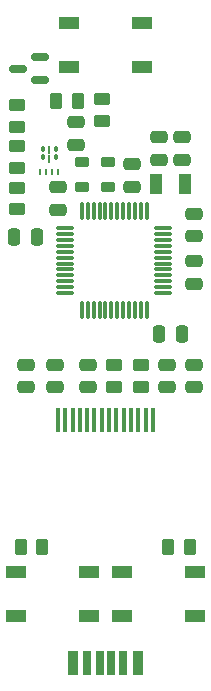
<source format=gbr>
%TF.GenerationSoftware,KiCad,Pcbnew,8.0.6*%
%TF.CreationDate,2025-01-15T19:29:55+01:00*%
%TF.ProjectId,boxmod,626f786d-6f64-42e6-9b69-6361645f7063,rev?*%
%TF.SameCoordinates,Original*%
%TF.FileFunction,Paste,Top*%
%TF.FilePolarity,Positive*%
%FSLAX46Y46*%
G04 Gerber Fmt 4.6, Leading zero omitted, Abs format (unit mm)*
G04 Created by KiCad (PCBNEW 8.0.6) date 2025-01-15 19:29:55*
%MOMM*%
%LPD*%
G01*
G04 APERTURE LIST*
G04 Aperture macros list*
%AMRoundRect*
0 Rectangle with rounded corners*
0 $1 Rounding radius*
0 $2 $3 $4 $5 $6 $7 $8 $9 X,Y pos of 4 corners*
0 Add a 4 corners polygon primitive as box body*
4,1,4,$2,$3,$4,$5,$6,$7,$8,$9,$2,$3,0*
0 Add four circle primitives for the rounded corners*
1,1,$1+$1,$2,$3*
1,1,$1+$1,$4,$5*
1,1,$1+$1,$6,$7*
1,1,$1+$1,$8,$9*
0 Add four rect primitives between the rounded corners*
20,1,$1+$1,$2,$3,$4,$5,0*
20,1,$1+$1,$4,$5,$6,$7,0*
20,1,$1+$1,$6,$7,$8,$9,0*
20,1,$1+$1,$8,$9,$2,$3,0*%
G04 Aperture macros list end*
%ADD10R,0.320000X2.000000*%
%ADD11RoundRect,0.250000X-0.450000X0.262500X-0.450000X-0.262500X0.450000X-0.262500X0.450000X0.262500X0*%
%ADD12RoundRect,0.218750X0.381250X-0.218750X0.381250X0.218750X-0.381250X0.218750X-0.381250X-0.218750X0*%
%ADD13RoundRect,0.250000X0.475000X-0.250000X0.475000X0.250000X-0.475000X0.250000X-0.475000X-0.250000X0*%
%ADD14RoundRect,0.250000X0.250000X0.475000X-0.250000X0.475000X-0.250000X-0.475000X0.250000X-0.475000X0*%
%ADD15RoundRect,0.250000X0.450000X-0.262500X0.450000X0.262500X-0.450000X0.262500X-0.450000X-0.262500X0*%
%ADD16RoundRect,0.150000X0.587500X0.150000X-0.587500X0.150000X-0.587500X-0.150000X0.587500X-0.150000X0*%
%ADD17RoundRect,0.250000X0.262500X0.450000X-0.262500X0.450000X-0.262500X-0.450000X0.262500X-0.450000X0*%
%ADD18RoundRect,0.250000X-0.475000X0.250000X-0.475000X-0.250000X0.475000X-0.250000X0.475000X0.250000X0*%
%ADD19RoundRect,0.087500X-0.087500X0.150000X-0.087500X-0.150000X0.087500X-0.150000X0.087500X0.150000X0*%
%ADD20RoundRect,0.050000X-0.050000X0.262500X-0.050000X-0.262500X0.050000X-0.262500X0.050000X0.262500X0*%
%ADD21RoundRect,0.062500X-0.062500X0.162500X-0.062500X-0.162500X0.062500X-0.162500X0.062500X0.162500X0*%
%ADD22R,1.800000X1.100000*%
%ADD23RoundRect,0.075000X-0.075000X0.662500X-0.075000X-0.662500X0.075000X-0.662500X0.075000X0.662500X0*%
%ADD24RoundRect,0.075000X-0.662500X0.075000X-0.662500X-0.075000X0.662500X-0.075000X0.662500X0.075000X0*%
%ADD25R,0.700000X2.000000*%
%ADD26R,0.800000X2.000000*%
%ADD27R,0.900000X2.000000*%
%ADD28R,1.000000X1.800000*%
%ADD29RoundRect,0.250000X-0.250000X-0.475000X0.250000X-0.475000X0.250000X0.475000X-0.250000X0.475000X0*%
%ADD30RoundRect,0.250000X-0.262500X-0.450000X0.262500X-0.450000X0.262500X0.450000X-0.262500X0.450000X0*%
G04 APERTURE END LIST*
D10*
%TO.C,DS1*%
X91475200Y-86500000D03*
X92095200Y-86500000D03*
X92715200Y-86500000D03*
X93335200Y-86500000D03*
X93955200Y-86500000D03*
X94575200Y-86500000D03*
X95195200Y-86500000D03*
X95815200Y-86500000D03*
X96435200Y-86500000D03*
X97055200Y-86500000D03*
X97675200Y-86500000D03*
X98295200Y-86500000D03*
X98915200Y-86500000D03*
X99535200Y-86500000D03*
%TD*%
D11*
%TO.C,R8*%
X95250000Y-59337500D03*
X95250000Y-61162500D03*
%TD*%
D12*
%TO.C,L2*%
X93500000Y-66812500D03*
X93500000Y-64687500D03*
%TD*%
D13*
%TO.C,C5*%
X97750000Y-66750000D03*
X97750000Y-64850000D03*
%TD*%
D11*
%TO.C,R11*%
X88000000Y-66837500D03*
X88000000Y-68662500D03*
%TD*%
D14*
%TO.C,C21*%
X89700000Y-71000000D03*
X87800000Y-71000000D03*
%TD*%
D15*
%TO.C,R3*%
X96250000Y-83662500D03*
X96250000Y-81837500D03*
%TD*%
D11*
%TO.C,R2*%
X98500000Y-81837500D03*
X98500000Y-83662500D03*
%TD*%
D16*
%TO.C,Q2*%
X89937500Y-57700000D03*
X89937500Y-55800000D03*
X88062500Y-56750000D03*
%TD*%
D17*
%TO.C,R6*%
X102662500Y-97250000D03*
X100837500Y-97250000D03*
%TD*%
D11*
%TO.C,R10*%
X88000000Y-63337500D03*
X88000000Y-65162500D03*
%TD*%
D18*
%TO.C,C13*%
X100750000Y-81800000D03*
X100750000Y-83700000D03*
%TD*%
%TO.C,C11*%
X91250000Y-81800000D03*
X91250000Y-83700000D03*
%TD*%
D19*
%TO.C,U5*%
X91300000Y-63537000D03*
X90200000Y-63537000D03*
D20*
X90750000Y-63612500D03*
D19*
X91300000Y-64212000D03*
X90200000Y-64212000D03*
D20*
X90750000Y-64438000D03*
D21*
X90000000Y-65475000D03*
X90500000Y-65475000D03*
X91000000Y-65475000D03*
X91500000Y-65475000D03*
%TD*%
D22*
%TO.C,SW1*%
X96900000Y-99400000D03*
X103100000Y-99400000D03*
X96900000Y-103100000D03*
X103100000Y-103100000D03*
%TD*%
D18*
%TO.C,C6*%
X102000000Y-62550000D03*
X102000000Y-64450000D03*
%TD*%
%TO.C,C12*%
X94000000Y-81800000D03*
X94000000Y-83700000D03*
%TD*%
D22*
%TO.C,SW3*%
X98600000Y-56600000D03*
X92400000Y-56600000D03*
X98600000Y-52900000D03*
X92400000Y-52900000D03*
%TD*%
D15*
%TO.C,R12*%
X88000000Y-61662500D03*
X88000000Y-59837500D03*
%TD*%
D18*
%TO.C,C7*%
X103000000Y-69050000D03*
X103000000Y-70950000D03*
%TD*%
D12*
%TO.C,L1*%
X95750000Y-66812500D03*
X95750000Y-64687500D03*
%TD*%
D18*
%TO.C,C15*%
X100000000Y-62550000D03*
X100000000Y-64450000D03*
%TD*%
D23*
%TO.C,U3*%
X99000000Y-68837500D03*
X98500000Y-68837500D03*
X98000000Y-68837500D03*
X97500000Y-68837500D03*
X97000000Y-68837500D03*
X96500000Y-68837500D03*
X96000000Y-68837500D03*
X95500000Y-68837500D03*
X95000000Y-68837500D03*
X94500000Y-68837500D03*
X94000000Y-68837500D03*
X93500000Y-68837500D03*
D24*
X92087500Y-70250000D03*
X92087500Y-70750000D03*
X92087500Y-71250000D03*
X92087500Y-71750000D03*
X92087500Y-72250000D03*
X92087500Y-72750000D03*
X92087500Y-73250000D03*
X92087500Y-73750000D03*
X92087500Y-74250000D03*
X92087500Y-74750000D03*
X92087500Y-75250000D03*
X92087500Y-75750000D03*
D23*
X93500000Y-77162500D03*
X94000000Y-77162500D03*
X94500000Y-77162500D03*
X95000000Y-77162500D03*
X95500000Y-77162500D03*
X96000000Y-77162500D03*
X96500000Y-77162500D03*
X97000000Y-77162500D03*
X97500000Y-77162500D03*
X98000000Y-77162500D03*
X98500000Y-77162500D03*
X99000000Y-77162500D03*
D24*
X100412500Y-75750000D03*
X100412500Y-75250000D03*
X100412500Y-74750000D03*
X100412500Y-74250000D03*
X100412500Y-73750000D03*
X100412500Y-73250000D03*
X100412500Y-72750000D03*
X100412500Y-72250000D03*
X100412500Y-71750000D03*
X100412500Y-71250000D03*
X100412500Y-70750000D03*
X100412500Y-70250000D03*
%TD*%
D18*
%TO.C,C14*%
X103000000Y-81800000D03*
X103000000Y-83700000D03*
%TD*%
D22*
%TO.C,SW2*%
X87900000Y-99400000D03*
X94100000Y-99400000D03*
X87900000Y-103100000D03*
X94100000Y-103100000D03*
%TD*%
D18*
%TO.C,C9*%
X93000000Y-61300000D03*
X93000000Y-63200000D03*
%TD*%
D25*
%TO.C,J1*%
X96000000Y-107050000D03*
D26*
X97020000Y-107050000D03*
D27*
X98250000Y-107050000D03*
D25*
X95000000Y-107050000D03*
D26*
X93980000Y-107050000D03*
D27*
X92750000Y-107050000D03*
%TD*%
D18*
%TO.C,C8*%
X91500000Y-66800000D03*
X91500000Y-68700000D03*
%TD*%
D28*
%TO.C,Y1*%
X102250000Y-66500000D03*
X99750000Y-66500000D03*
%TD*%
D17*
%TO.C,R13*%
X93162500Y-59500000D03*
X91337500Y-59500000D03*
%TD*%
D29*
%TO.C,C20*%
X100050000Y-79250000D03*
X101950000Y-79250000D03*
%TD*%
D18*
%TO.C,C10*%
X88750000Y-81800000D03*
X88750000Y-83700000D03*
%TD*%
%TO.C,C4*%
X103000000Y-73050000D03*
X103000000Y-74950000D03*
%TD*%
D30*
%TO.C,R7*%
X88337500Y-97250000D03*
X90162500Y-97250000D03*
%TD*%
M02*

</source>
